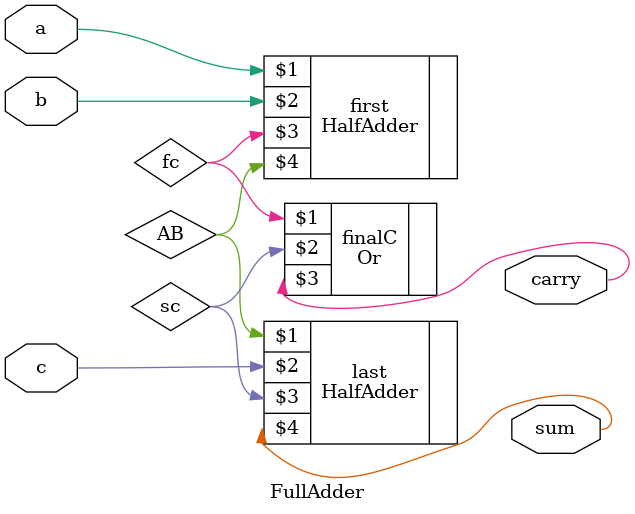
<source format=v>
`include "modules/gates/or.v"
`include "modules/adder/half_adder.v"

`ifndef _FULL_ADDER_V_
`define _FULL_ADDER_V_


module FullAdder(input a,
                 b,
                 c,
                 output carry,
                 sum);
    HalfAdder first(a, b, fc, AB);
    HalfAdder last(AB, c, sc, sum);
    Or finalC(fc, sc, carry);
endmodule
    `endif

</source>
